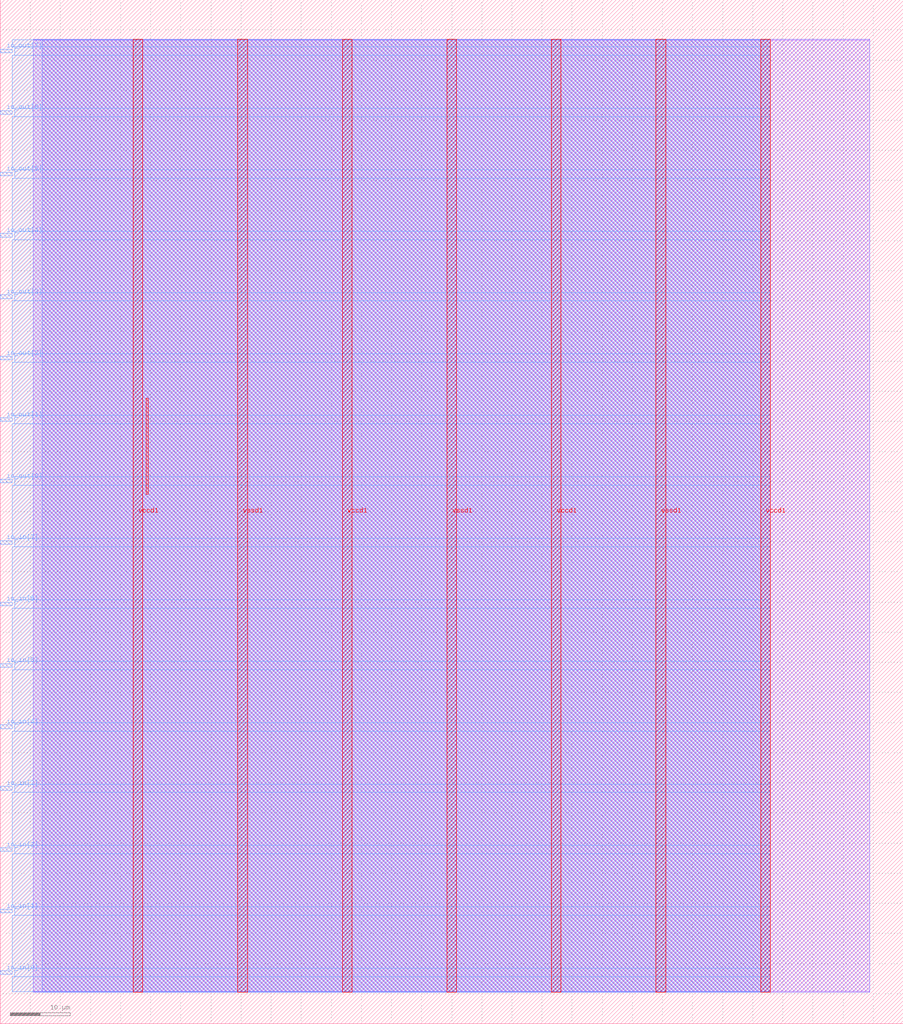
<source format=lef>
VERSION 5.7 ;
  NOWIREEXTENSIONATPIN ON ;
  DIVIDERCHAR "/" ;
  BUSBITCHARS "[]" ;
MACRO user_module_341279123277087315
  CLASS BLOCK ;
  FOREIGN user_module_341279123277087315 ;
  ORIGIN 0.000 0.000 ;
  SIZE 150.000 BY 170.000 ;
  PIN io_in[0]
    DIRECTION INPUT ;
    USE SIGNAL ;
    PORT
      LAYER met3 ;
        RECT 0.000 8.200 2.000 8.800 ;
    END
  END io_in[0]
  PIN io_in[1]
    DIRECTION INPUT ;
    USE SIGNAL ;
    PORT
      LAYER met3 ;
        RECT 0.000 18.400 2.000 19.000 ;
    END
  END io_in[1]
  PIN io_in[2]
    DIRECTION INPUT ;
    USE SIGNAL ;
    PORT
      LAYER met3 ;
        RECT 0.000 28.600 2.000 29.200 ;
    END
  END io_in[2]
  PIN io_in[3]
    DIRECTION INPUT ;
    USE SIGNAL ;
    PORT
      LAYER met3 ;
        RECT 0.000 38.800 2.000 39.400 ;
    END
  END io_in[3]
  PIN io_in[4]
    DIRECTION INPUT ;
    USE SIGNAL ;
    PORT
      LAYER met3 ;
        RECT 0.000 49.000 2.000 49.600 ;
    END
  END io_in[4]
  PIN io_in[5]
    DIRECTION INPUT ;
    USE SIGNAL ;
    PORT
      LAYER met3 ;
        RECT 0.000 59.200 2.000 59.800 ;
    END
  END io_in[5]
  PIN io_in[6]
    DIRECTION INPUT ;
    USE SIGNAL ;
    PORT
      LAYER met3 ;
        RECT 0.000 69.400 2.000 70.000 ;
    END
  END io_in[6]
  PIN io_in[7]
    DIRECTION INPUT ;
    USE SIGNAL ;
    PORT
      LAYER met3 ;
        RECT 0.000 79.600 2.000 80.200 ;
    END
  END io_in[7]
  PIN io_out[0]
    DIRECTION OUTPUT TRISTATE ;
    USE SIGNAL ;
    PORT
      LAYER met3 ;
        RECT 0.000 89.800 2.000 90.400 ;
    END
  END io_out[0]
  PIN io_out[1]
    DIRECTION OUTPUT TRISTATE ;
    USE SIGNAL ;
    PORT
      LAYER met3 ;
        RECT 0.000 100.000 2.000 100.600 ;
    END
  END io_out[1]
  PIN io_out[2]
    DIRECTION OUTPUT TRISTATE ;
    USE SIGNAL ;
    PORT
      LAYER met3 ;
        RECT 0.000 110.200 2.000 110.800 ;
    END
  END io_out[2]
  PIN io_out[3]
    DIRECTION OUTPUT TRISTATE ;
    USE SIGNAL ;
    PORT
      LAYER met3 ;
        RECT 0.000 120.400 2.000 121.000 ;
    END
  END io_out[3]
  PIN io_out[4]
    DIRECTION OUTPUT TRISTATE ;
    USE SIGNAL ;
    PORT
      LAYER met3 ;
        RECT 0.000 130.600 2.000 131.200 ;
    END
  END io_out[4]
  PIN io_out[5]
    DIRECTION OUTPUT TRISTATE ;
    USE SIGNAL ;
    PORT
      LAYER met3 ;
        RECT 0.000 140.800 2.000 141.400 ;
    END
  END io_out[5]
  PIN io_out[6]
    DIRECTION OUTPUT TRISTATE ;
    USE SIGNAL ;
    PORT
      LAYER met3 ;
        RECT 0.000 151.000 2.000 151.600 ;
    END
  END io_out[6]
  PIN io_out[7]
    DIRECTION OUTPUT TRISTATE ;
    USE SIGNAL ;
    PORT
      LAYER met3 ;
        RECT 0.000 161.200 2.000 161.800 ;
    END
  END io_out[7]
  PIN vccd1
    DIRECTION INOUT ;
    USE POWER ;
    PORT
      LAYER met4 ;
        RECT 22.090 5.200 23.690 163.440 ;
    END
    PORT
      LAYER met4 ;
        RECT 56.830 5.200 58.430 163.440 ;
    END
    PORT
      LAYER met4 ;
        RECT 91.570 5.200 93.170 163.440 ;
    END
    PORT
      LAYER met4 ;
        RECT 126.310 5.200 127.910 163.440 ;
    END
  END vccd1
  PIN vssd1
    DIRECTION INOUT ;
    USE GROUND ;
    PORT
      LAYER met4 ;
        RECT 39.460 5.200 41.060 163.440 ;
    END
    PORT
      LAYER met4 ;
        RECT 74.200 5.200 75.800 163.440 ;
    END
    PORT
      LAYER met4 ;
        RECT 108.940 5.200 110.540 163.440 ;
    END
  END vssd1
  OBS
      LAYER li1 ;
        RECT 5.520 5.355 144.440 163.285 ;
      LAYER met1 ;
        RECT 5.520 5.200 144.440 163.440 ;
      LAYER met2 ;
        RECT 6.990 5.255 127.880 163.385 ;
      LAYER met3 ;
        RECT 2.000 162.200 127.900 163.365 ;
        RECT 2.400 160.800 127.900 162.200 ;
        RECT 2.000 152.000 127.900 160.800 ;
        RECT 2.400 150.600 127.900 152.000 ;
        RECT 2.000 141.800 127.900 150.600 ;
        RECT 2.400 140.400 127.900 141.800 ;
        RECT 2.000 131.600 127.900 140.400 ;
        RECT 2.400 130.200 127.900 131.600 ;
        RECT 2.000 121.400 127.900 130.200 ;
        RECT 2.400 120.000 127.900 121.400 ;
        RECT 2.000 111.200 127.900 120.000 ;
        RECT 2.400 109.800 127.900 111.200 ;
        RECT 2.000 101.000 127.900 109.800 ;
        RECT 2.400 99.600 127.900 101.000 ;
        RECT 2.000 90.800 127.900 99.600 ;
        RECT 2.400 89.400 127.900 90.800 ;
        RECT 2.000 80.600 127.900 89.400 ;
        RECT 2.400 79.200 127.900 80.600 ;
        RECT 2.000 70.400 127.900 79.200 ;
        RECT 2.400 69.000 127.900 70.400 ;
        RECT 2.000 60.200 127.900 69.000 ;
        RECT 2.400 58.800 127.900 60.200 ;
        RECT 2.000 50.000 127.900 58.800 ;
        RECT 2.400 48.600 127.900 50.000 ;
        RECT 2.000 39.800 127.900 48.600 ;
        RECT 2.400 38.400 127.900 39.800 ;
        RECT 2.000 29.600 127.900 38.400 ;
        RECT 2.400 28.200 127.900 29.600 ;
        RECT 2.000 19.400 127.900 28.200 ;
        RECT 2.400 18.000 127.900 19.400 ;
        RECT 2.000 9.200 127.900 18.000 ;
        RECT 2.400 7.800 127.900 9.200 ;
        RECT 2.000 5.275 127.900 7.800 ;
      LAYER met4 ;
        RECT 24.215 87.895 24.545 103.865 ;
  END
END user_module_341279123277087315
END LIBRARY


</source>
